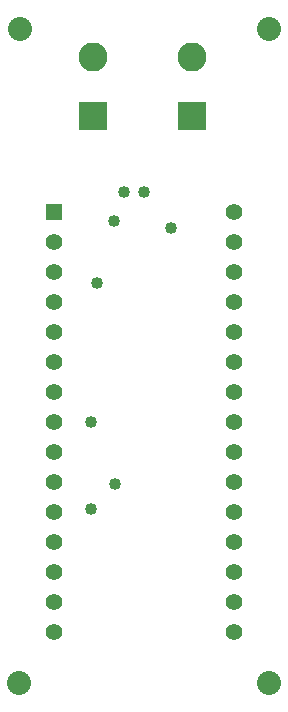
<source format=gts>
G04*
G04 #@! TF.GenerationSoftware,Altium Limited,Altium Designer,23.1.1 (15)*
G04*
G04 Layer_Color=8388736*
%FSLAX25Y25*%
%MOIN*%
G70*
G04*
G04 #@! TF.SameCoordinates,0BDBEAC4-C0BD-4DD4-8220-68B77C2E4246*
G04*
G04*
G04 #@! TF.FilePolarity,Negative*
G04*
G01*
G75*
%ADD13R,0.05567X0.05567*%
%ADD14C,0.05567*%
%ADD15R,0.09677X0.09677*%
%ADD16C,0.09677*%
%ADD17C,0.08000*%
%ADD18C,0.04000*%
D13*
X145651Y166165D02*
D03*
D14*
Y156165D02*
D03*
Y146165D02*
D03*
Y136165D02*
D03*
Y126165D02*
D03*
Y116165D02*
D03*
Y106165D02*
D03*
Y96165D02*
D03*
Y86165D02*
D03*
Y76165D02*
D03*
Y66165D02*
D03*
Y56165D02*
D03*
Y46165D02*
D03*
Y36165D02*
D03*
Y26165D02*
D03*
X205651D02*
D03*
Y36165D02*
D03*
Y46165D02*
D03*
Y56165D02*
D03*
Y66165D02*
D03*
Y76165D02*
D03*
Y86165D02*
D03*
Y96165D02*
D03*
Y106165D02*
D03*
Y116165D02*
D03*
Y126165D02*
D03*
Y136165D02*
D03*
Y146165D02*
D03*
Y156165D02*
D03*
Y166165D02*
D03*
D15*
X158778Y197958D02*
D03*
X191672D02*
D03*
D16*
X158778Y217642D02*
D03*
X191672D02*
D03*
D17*
X134500Y227000D02*
D03*
X217600D02*
D03*
X134100Y9000D02*
D03*
X217500D02*
D03*
D18*
X166100Y75200D02*
D03*
X158009Y96165D02*
D03*
Y67107D02*
D03*
X160000Y142200D02*
D03*
X175651Y172600D02*
D03*
X169232Y172594D02*
D03*
X165923Y163008D02*
D03*
X184957Y160570D02*
D03*
M02*

</source>
